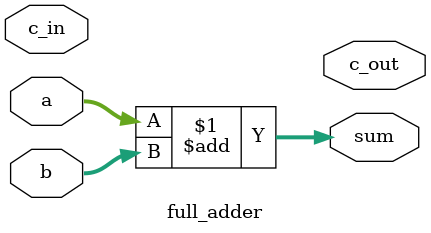
<source format=v>
`timescale 1ns / 1ps


module full_adder(a, b, c_in, sum, c_out);
    parameter WIDTH = 8;
    input [WIDTH-1:0] a, b;
    input c_in;
    output [WIDTH-1:0] sum;
    output c_out;
    assign sum = a + b;
endmodule

</source>
